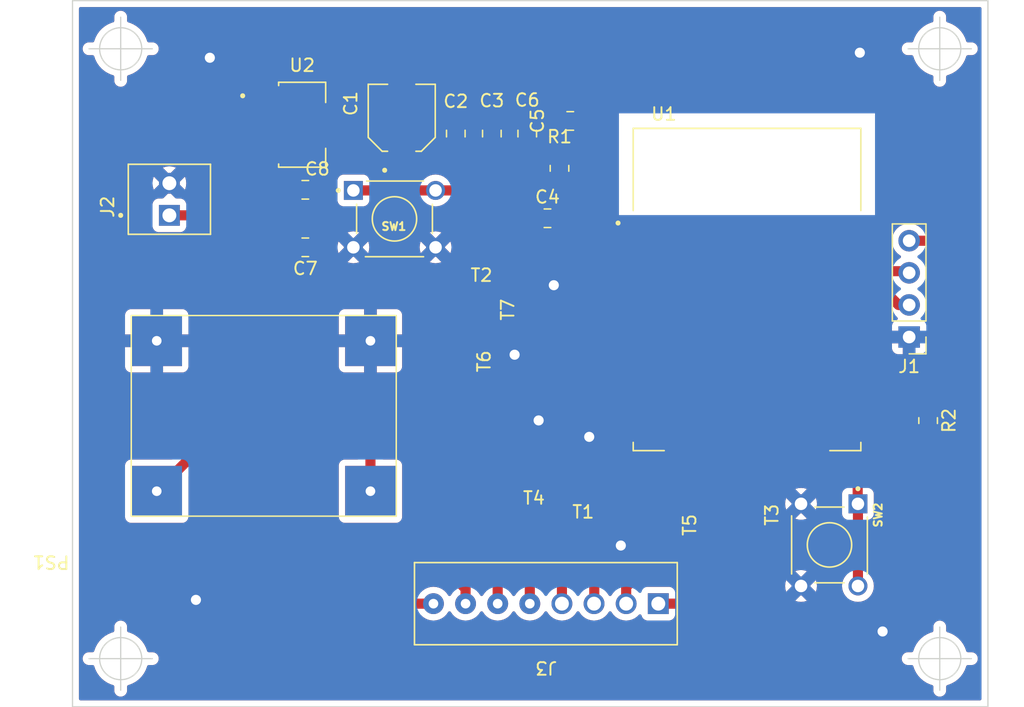
<source format=kicad_pcb>
(kicad_pcb (version 20211014) (generator pcbnew)
  (layers (0 "F.Cu" signal) (31 "B.Cu" signal) (34 "B.Paste" user) (35 "F.Paste" user) (36 "B.SilkS" user "B.Silkscreen") (37 "F.SilkS" user "F.Silkscreen") (38 "B.Mask" user) (39 "F.Mask" user) (44 "Edge.Cuts" user))
  (net 0 "")
  (net 1 "+3V3")
  (net 2 "GND")
  (net 3 "Net-(J3-Pad1)")
  (net 4 "Net-(J3-Pad2)")
  (net 5 "Net-(J3-Pad4)")
  (net 6 "Net-(J3-Pad5)")
  (net 7 "Net-(J3-Pad6)")
  (net 8 "Net-(J3-Pad7)")
  (net 9 "Net-(C7-Pad2)")
  (net 10 "Net-(J1-Pad2)")
  (net 11 "Net-(J1-Pad3)")
  (net 12 "Net-(J3-Pad3)")
  (net 13 "Net-(T1-Pad1)")
  (net 14 "Net-(T2-Pad1)")
  (net 15 "Net-(T3-Pad1)")
  (net 39 "Net-(T4-Pad1)")
  (net 40 "Net-(T5-Pad1)")
  (net 41 "Net-(T6-Pad1)")
  (net 42 "Net-(T7-Pad1)")
  (net 43 "Net-(C4-Pad2)")
  (net 44 "12V")
  (net 45 "Net-(R2-Pad2)")
  (footprint "libraries:SOT23" (layer "F.Cu") (at 150.4 108.8 -90)
    (fp_text reference "T5" (at 1.27142 -2.54284 90) (layer "F.SilkS") (effects (font (size 1.001118 1.001118))))
    (fp_text value "NTR4503")
    (pad "1" smd rect locked (at -0.95 1.1 270) (size 1 1.4) (layers "F.Cu" "F.Paste" "F.Mask") (net 40 "Net-(T5-Pad1)"))
    (pad "2" smd rect locked (at 0.95 1.1 270) (size 1 1.4) (layers "F.Cu" "F.Paste" "F.Mask") (net 2 "GND"))
    (pad "3" smd rect locked (at 0 -1.1 270) (size 1 1.4) (layers "F.Cu" "F.Paste" "F.Mask") (net 4 "Net-(J3-Pad2)"))
  )
  (footprint "Capacitor_SMD:C_0805_2012Metric" (layer "F.Cu") (at 140.1 79.1 90)
    (fp_text reference "C6" (at 2.65 0 180) (layer "F.SilkS"))
    (fp_text value "4.7u")
    (fp_line (start -0.261252 -0.735) (end 0.261252 -0.735) (layer "F.SilkS") (width 0.12))
    (fp_line (start -0.261252 0.735) (end 0.261252 0.735) (layer "F.SilkS") (width 0.12))
    (pad "1" smd roundrect (at -0.95 0 90) (size 1 1.45) (layers "F.Cu" "F.Paste" "F.Mask") (net 1 "+3V3"))
    (pad "2" smd roundrect (at 0.95 0 90) (size 1 1.45) (layers "F.Cu" "F.Paste" "F.Mask") (net 2 "GND"))
  )
  (footprint "libraries:TE_1546215-8" (layer "F.Cu") (at 141.6 116.3 180)
    (fp_text reference "J3" (at 0 -5.08 180 unlocked) (layer "F.SilkS"))
    (fp_text value "R pinnen RGB strips")
    (fp_line (start -10.362 -3.25) (end 10.418 -3.25) (layer "F.SilkS") (width 0.127))
    (fp_line (start -10.362 3.25) (end -10.362 -3.25) (layer "F.SilkS") (width 0.127))
    (fp_line (start 10.418 -3.25) (end 10.418 3.25) (layer "F.SilkS") (width 0.127))
    (fp_line (start 10.418 3.25) (end -10.362 3.25) (layer "F.SilkS") (width 0.127))
    (pad "1" thru_hole rect (at -8.862 0 180) (size 1.65 1.65) (drill 1.1) (layers *.Cu *.Mask) (net 3 "Net-(J3-Pad1)"))
    (pad "2" thru_hole circle (at -6.322 0 180) (size 1.65 1.65) (drill 1.1) (layers *.Cu *.Mask) (net 4 "Net-(J3-Pad2)"))
    (pad "3" thru_hole circle (at -3.782 0 180) (size 1.65 1.65) (drill 1.1) (layers *.Cu *.Mask) (net 12 "Net-(J3-Pad3)"))
    (pad "4" thru_hole circle (at -1.242 0 180) (size 1.65 1.65) (drill 1.1) (layers *.Cu *.Mask) (net 5 "Net-(J3-Pad4)"))
    (pad "5" thru_hole circle (at 1.298 0 180) (size 1.65 1.65) (drill 0.762) (layers *.Cu *.Mask) (net 6 "Net-(J3-Pad5)"))
    (pad "6" thru_hole circle (at 3.838 0 180) (size 1.65 1.65) (drill 0.762) (layers *.Cu *.Mask) (net 7 "Net-(J3-Pad6)"))
    (pad "7" thru_hole circle (at 6.378 0 180) (size 1.65 1.65) (drill 0.762) (layers *.Cu *.Mask) (net 8 "Net-(J3-Pad7)"))
    (pad "8" thru_hole circle (at 8.918 0 180) (size 1.65 1.65) (drill 0.762) (layers *.Cu *.Mask) (net 44 "12V"))
  )
  (footprint "Capacitor_SMD:C_0805_2012Metric" (layer "F.Cu") (at 134.45 79.1 90)
    (fp_text reference "C2" (at 2.55 0 180) (layer "F.SilkS"))
    (fp_text value "22u")
    (fp_line (start -0.261252 -0.735) (end 0.261252 -0.735) (layer "F.SilkS") (width 0.12))
    (fp_line (start -0.261252 0.735) (end 0.261252 0.735) (layer "F.SilkS") (width 0.12))
    (pad "1" smd roundrect (at -0.95 0 90) (size 1 1.45) (layers "F.Cu" "F.Paste" "F.Mask") (net 1 "+3V3"))
    (pad "2" smd roundrect (at 0.95 0 90) (size 1 1.45) (layers "F.Cu" "F.Paste" "F.Mask") (net 2 "GND"))
  )
  (footprint "Capacitor_SMD:C_0805_2012Metric" (layer "F.Cu") (at 122.55 83.55)
    (fp_text reference "C8" (at 0.95 -1.65) (layer "F.SilkS"))
    (fp_text value "4.7u")
    (fp_line (start -0.261252 -0.735) (end 0.261252 -0.735) (layer "F.SilkS") (width 0.12))
    (fp_line (start -0.261252 0.735) (end 0.261252 0.735) (layer "F.SilkS") (width 0.12))
    (pad "1" smd roundrect (at -0.95 0) (size 1 1.45) (layers "F.Cu" "F.Paste" "F.Mask") (net 9 "Net-(C7-Pad2)"))
    (pad "2" smd roundrect (at 0.95 0) (size 1 1.45) (layers "F.Cu" "F.Paste" "F.Mask") (net 2 "GND"))
  )
  (footprint "Connector_PinHeader_2.54mm:PinHeader_1x04_P2.54mm_Vertical" (layer "F.Cu") (at 170.3 95.2 180)
    (fp_text reference "J1" (at 0 -2.33) (layer "F.SilkS"))
    (fp_text value "Conn_01x04_Female")
    (fp_line (start -1.33 8.95) (end 1.33 8.95) (layer "F.SilkS") (width 0.12))
    (fp_line (start -1.33 1.27) (end -1.33 8.95) (layer "F.SilkS") (width 0.12))
    (fp_line (start -1.33 1.27) (end 1.33 1.27) (layer "F.SilkS") (width 0.12))
    (fp_line (start 1.33 1.27) (end 1.33 8.95) (layer "F.SilkS") (width 0.12))
    (fp_line (start -1.33 0) (end -1.33 -1.33) (layer "F.SilkS") (width 0.12))
    (fp_line (start -1.33 -1.33) (end 0 -1.33) (layer "F.SilkS") (width 0.12))
    (pad "1" thru_hole rect (at 0 0 180) (size 1.7 1.7) (drill 1) (layers *.Cu *.Mask) (net 2 "GND"))
    (pad "2" thru_hole oval (at 0 2.54 180) (size 1.7 1.7) (drill 1) (layers *.Cu *.Mask) (net 10 "Net-(J1-Pad2)"))
    (pad "3" thru_hole oval (at 0 5.08 180) (size 1.7 1.7) (drill 1) (layers *.Cu *.Mask) (net 11 "Net-(J1-Pad3)"))
    (pad "4" thru_hole oval (at 0 7.62 180) (size 1.7 1.7) (drill 1) (layers *.Cu *.Mask) (net 1 "+3V3"))
  )
  (footprint "libraries:SOT23" (layer "F.Cu") (at 141.9 105.4 180)
    (fp_text reference "T4" (at 1.27142 -2.54284) (layer "F.SilkS") (effects (font (size 1.001118 1.001118))))
    (fp_text value "NTR4503")
    (pad "1" smd rect locked (at -0.95 1.1 180) (size 1 1.4) (layers "F.Cu" "F.Paste" "F.Mask") (net 39 "Net-(T4-Pad1)"))
    (pad "2" smd rect locked (at 0.95 1.1 180) (size 1 1.4) (layers "F.Cu" "F.Paste" "F.Mask") (net 2 "GND"))
    (pad "3" smd rect locked (at 0 -1.1 180) (size 1 1.4) (layers "F.Cu" "F.Paste" "F.Mask") (net 5 "Net-(J3-Pad4)"))
  )
  (footprint "libraries:SOT23" (layer "F.Cu") (at 139.2 90.2 180)
    (fp_text reference "T2" (at 2.718 -0.1104) (layer "F.SilkS") (effects (font (size 1.001118 1.001118))))
    (fp_text value "NTR4503")
    (pad "1" smd rect locked (at -0.95 1.1 180) (size 1 1.4) (layers "F.Cu" "F.Paste" "F.Mask") (net 14 "Net-(T2-Pad1)"))
    (pad "2" smd rect locked (at 0.95 1.1 180) (size 1 1.4) (layers "F.Cu" "F.Paste" "F.Mask") (net 2 "GND"))
    (pad "3" smd rect locked (at 0 -1.1 180) (size 1 1.4) (layers "F.Cu" "F.Paste" "F.Mask") (net 8 "Net-(J3-Pad7)"))
  )
  (footprint "libraries:TE_1546215-2" (layer "F.Cu") (at 111.8 84.3 90)
    (fp_text reference "J2" (at -0.595 -4.885 90) (layer "F.SilkS"))
    (fp_text value "12V DC")
    (fp_line (start -2.77 3.25) (end -2.77 -3.25) (layer "F.SilkS") (width 0.127))
    (fp_line (start 2.77 -3.25) (end 2.77 3.25) (layer "F.SilkS") (width 0.127))
    (fp_line (start 2.77 3.25) (end -2.77 3.25) (layer "F.SilkS") (width 0.127))
    (fp_line (start -2.77 -3.25) (end 2.77 -3.25) (layer "F.SilkS") (width 0.127))
    (fp_circle (center -1.27 -3.85) (end -1.17 -3.85) (layer "F.SilkS") (width 0.2) (fill none))
    (pad "1" thru_hole rect locked (at -1.27 0 90) (size 1.65 1.65) (drill 1.1) (layers *.Cu *.Mask) (net 44 "12V"))
    (pad "2" thru_hole circle locked (at 1.27 0 90) (size 1.65 1.65) (drill 1.1) (layers *.Cu *.Mask) (net 2 "GND"))
  )
  (footprint "libraries:Buck Converter" (layer "F.Cu") (at 119.2 101.5 180)
    (fp_text reference "PS1" (at 16.764 -11.509 180 unlocked) (layer "F.SilkS"))
    (fp_text value "ITX0512SA")
    (fp_rect (start -10.541 -7.874) (end 10.414 8.001) (layer "F.SilkS") (width 0.12) (fill none))
    (pad "1a" thru_hole rect (at 8.4 -5.9 180) (size 4 4) (drill 0.762) (layers *.Cu *.Mask) (net 44 "12V"))
    (pad "2a" thru_hole rect (at 8.4 6 180) (size 4 4) (drill 0.762) (layers *.Cu *.Mask) (net 2 "GND"))
    (pad "3a" thru_hole rect (at -8.5 -5.9 180) (size 4 4) (drill 0.762) (layers *.Cu *.Mask) (net 9 "Net-(C7-Pad2)"))
    (pad "4a" thru_hole rect (at -8.5 6 180) (size 4 4) (drill 0.762) (layers *.Cu *.Mask) (net 2 "GND"))
  )
  (footprint "libraries:SOT23" (layer "F.Cu") (at 156.9 108 -90)
    (fp_text reference "T3" (at 1.27142 -2.54284 -270) (layer "F.SilkS") (effects (font (size 1.001118 1.001118))))
    (fp_text value "NTR4503")
    (pad "1" smd rect locked (at -0.95 1.1 270) (size 1 1.4) (layers "F.Cu" "F.Paste" "F.Mask") (net 15 "Net-(T3-Pad1)"))
    (pad "2" smd rect locked (at 0.95 1.1 270) (size 1 1.4) (layers "F.Cu" "F.Paste" "F.Mask") (net 2 "GND"))
    (pad "3" smd rect locked (at 0 -1.1 270) (size 1 1.4) (layers "F.Cu" "F.Paste" "F.Mask") (net 3 "Net-(J3-Pad1)"))
  )
  (footprint "libraries:CAP_EEE0JA101WR" (layer "F.Cu") (at 130.175 77.851 90)
    (fp_text reference "C1" (at 1.125 -4.035 90) (layer "F.SilkS"))
    (fp_text value "220u")
    (fp_line (start -2.65 1.55) (end -1.55 2.65) (layer "F.SilkS") (width 0.127))
    (fp_line (start -1.55 2.65) (end 2.65 2.65) (layer "F.SilkS") (width 0.127))
    (fp_line (start 2.65 2.65) (end 2.65 1.12) (layer "F.SilkS") (width 0.127))
    (fp_line (start 2.65 -2.65) (end -1.55 -2.65) (layer "F.SilkS") (width 0.127))
    (fp_line (start -2.65 1.12) (end -2.65 1.55) (layer "F.SilkS") (width 0.127))
    (fp_line (start -1.55 -2.65) (end -2.65 -1.55) (layer "F.SilkS") (width 0.127))
    (fp_line (start -2.65 -1.55) (end -2.65 -1.12) (layer "F.SilkS") (width 0.127))
    (fp_line (start 2.65 -1.12) (end 2.65 -2.65) (layer "F.SilkS") (width 0.127))
    (fp_circle (center -4.15 -1.35) (end -4.05 -1.35) (layer "F.SilkS") (width 0.2) (fill none))
    (pad "1" smd rect locked (at -2.15 0 90) (size 2.8 1.6) (layers "F.Cu" "F.Paste" "F.Mask") (net 1 "+3V3"))
    (pad "2" smd rect locked (at 2.15 0 90) (size 2.8 1.6) (layers "F.Cu" "F.Paste" "F.Mask") (net 2 "GND"))
  )
  (footprint "Resistor_SMD:R_0805_2012Metric" (layer "F.Cu") (at 142.65 81.85 -90)
    (fp_text reference "R1" (at -2.5 0 180) (layer "F.SilkS"))
    (fp_text value "10k")
    (fp_line (start -0.227064 -0.735) (end 0.227064 -0.735) (layer "F.SilkS") (width 0.12))
    (fp_line (start -0.227064 0.735) (end 0.227064 0.735) (layer "F.SilkS") (width 0.12))
    (pad "1" smd roundrect (at -0.9125 0 270) (size 1.025 1.4) (layers "F.Cu" "F.Paste" "F.Mask") (roundrect_rratio 0.243902) (net 1 "+3V3"))
    (pad "2" smd roundrect (at 0.9125 0 270) (size 1.025 1.4) (layers "F.Cu" "F.Paste" "F.Mask") (roundrect_rratio 0.243902) (net 43 "Net-(C4-Pad2)"))
  )
  (footprint "libraries:SOT23" (layer "F.Cu") (at 145.8 106.5 180)
    (fp_text reference "T1" (at 1.27142 -2.54284) (layer "F.SilkS") (effects (font (size 1.001118 1.001118))))
    (fp_text value "NTR4503")
    (pad "1" smd rect locked (at -0.95 1.1 180) (size 1 1.4) (layers "F.Cu" "F.Paste" "F.Mask") (net 13 "Net-(T1-Pad1)"))
    (pad "2" smd rect locked (at 0.95 1.1 180) (size 1 1.4) (layers "F.Cu" "F.Paste" "F.Mask") (net 2 "GND"))
    (pad "3" smd rect locked (at 0 -1.1 180) (size 1 1.4) (layers "F.Cu" "F.Paste" "F.Mask") (net 12 "Net-(J3-Pad3)"))
  )
  (footprint "Capacitor_SMD:C_0805_2012Metric" (layer "F.Cu") (at 122.55 88.1 180)
    (fp_text reference "C7" (at 0 -1.68) (layer "F.SilkS"))
    (fp_text value "0.1u")
    (fp_line (start -0.261252 -0.735) (end 0.261252 -0.735) (layer "F.SilkS") (width 0.12))
    (fp_line (start -0.261252 0.735) (end 0.261252 0.735) (layer "F.SilkS") (width 0.12))
    (pad "1" smd roundrect (at -0.95 0 180) (size 1 1.45) (layers "F.Cu" "F.Paste" "F.Mask") (net 2 "GND"))
    (pad "2" smd roundrect (at 0.95 0 180) (size 1 1.45) (layers "F.Cu" "F.Paste" "F.Mask") (net 9 "Net-(C7-Pad2)"))
  )
  (footprint "libraries:SOT229P700X180-4N" (layer "F.Cu") (at 122.3 78.4)
    (fp_text reference "U2" (at 0 -4.70284) (layer "F.SilkS") (effects (font (size 1.001528 1.001528))))
    (fp_text value "AMS1117")
    (fp_line (start -1.86 -3.36) (end -1.86 -3.1) (layer "F.SilkS") (width 0.127))
    (fp_line (start -1.86 3.36) (end 1.86 3.36) (layer "F.SilkS") (width 0.127))
    (fp_line (start 1.86 -1.76) (end 1.86 -3.36) (layer "F.SilkS") (width 0.127))
    (fp_line (start -1.86 -3.36) (end 1.86 -3.36) (layer "F.SilkS") (width 0.127))
    (fp_line (start -1.86 3.11) (end -1.86 3.36) (layer "F.SilkS") (width 0.127))
    (fp_line (start 1.86 3.36) (end 1.86 1.87) (layer "F.SilkS") (width 0.127))
    (fp_circle (center -4.703 -2.29) (end -4.603 -2.29) (layer "F.SilkS") (width 0.2) (fill none))
    (pad "1" smd roundrect locked (at -3.345 -2.29 270) (size 0.93 1.31) (layers "F.Cu" "F.Paste" "F.Mask") (roundrect_rratio 0.1) (net 2 "GND"))
    (pad "2" smd roundrect locked (at -3.345 0 270) (size 0.93 1.31) (layers "F.Cu" "F.Paste" "F.Mask") (roundrect_rratio 0.1) (net 1 "+3V3"))
    (pad "3" smd roundrect locked (at -3.345 2.29 270) (size 0.93 1.31) (layers "F.Cu" "F.Paste" "F.Mask") (roundrect_rratio 0.1) (net 9 "Net-(C7-Pad2)"))
    (pad "4" smd roundrect locked (at 3.345 0 270) (size 3.24 1.31) (layers "F.Cu" "F.Paste" "F.Mask") (roundrect_rratio 0.1) (net 1 "+3V3"))
  )
  (footprint "libraries:SOT23" (layer "F.Cu") (at 141.1 94.3 90)
    (fp_text reference "T7" (at 1.27142 -2.54284 90) (layer "F.SilkS") (effects (font (size 1.001118 1.001118))))
    (fp_text value "NTR4503")
    (pad "1" smd rect locked (at -0.95 1.1 90) (size 1 1.4) (layers "F.Cu" "F.Paste" "F.Mask") (net 42 "Net-(T7-Pad1)"))
    (pad "2" smd rect locked (at 0.95 1.1 90) (size 1 1.4) (layers "F.Cu" "F.Paste" "F.Mask") (net 2 "GND"))
    (pad "3" smd rect locked (at 0 -1.1 90) (size 1 1.4) (layers "F.Cu" "F.Paste" "F.Mask") (net 7 "Net-(J3-Pad6)"))
  )
  (footprint "Resistor_SMD:R_0805_2012Metric" (layer "F.Cu") (at 171.8 101.8125 -90)
    (fp_text reference "R2" (at 0 -1.65 90) (layer "F.SilkS"))
    (fp_text value "10k")
    (fp_line (start -0.227064 -0.735) (end 0.227064 -0.735) (layer "F.SilkS") (width 0.12))
    (fp_line (start -0.227064 0.735) (end 0.227064 0.735) (layer "F.SilkS") (width 0.12))
    (pad "1" smd roundrect (at -0.9125 0 270) (size 1.025 1.4) (layers "F.Cu" "F.Paste" "F.Mask") (roundrect_rratio 0.243902) (net 1 "+3V3"))
    (pad "2" smd roundrect (at 0.9125 0 270) (size 1.025 1.4) (layers "F.Cu" "F.Paste" "F.Mask") (roundrect_rratio 0.243902) (net 45 "Net-(R2-Pad2)"))
  )
  (footprint "Capacitor_SMD:C_0805_2012Metric" (layer "F.Cu") (at 141.7 85.8)
    (fp_text reference "C4" (at 0 -1.68) (layer "F.SilkS"))
    (fp_text value "1u")
    (fp_line (start -0.261252 -0.735) (end 0.261252 -0.735) (layer "F.SilkS") (width 0.12))
    (fp_line (start -0.261252 0.735) (end 0.261252 0.735) (layer "F.SilkS") (width 0.12))
    (pad "1" smd roundrect (at -0.95 0) (size 1 1.45) (layers "F.Cu" "F.Paste" "F.Mask") (net 2 "GND"))
    (pad "2" smd roundrect (at 0.95 0) (size 1 1.45) (layers "F.Cu" "F.Paste" "F.Mask") (net 43 "Net-(C4-Pad2)"))
  )
  (footprint "Capacitor_SMD:C_0805_2012Metric" (layer "F.Cu") (at 137.3 79.1 90)
    (fp_text reference "C3" (at 2.6 0 180) (layer "F.SilkS"))
    (fp_text value "0.1u")
    (fp_line (start -0.261252 0.735) (end 0.261252 0.735) (layer "F.SilkS") (width 0.12))
    (fp_line (start -0.261252 -0.735) (end 0.261252 -0.735) (layer "F.SilkS") (width 0.12))
    (pad "1" smd roundrect (at -0.95 0 90) (size 1 1.45) (layers "F.Cu" "F.Paste" "F.Mask") (net 1 "+3V3"))
    (pad "2" smd roundrect (at 0.95 0 90) (size 1 1.45) (layers "F.Cu" "F.Paste" "F.Mask") (net 2 "GND"))
  )
  (footprint "libraries:SW_1825910-6-4" (layer "F.Cu") (at 164 111.65 -90)
    (fp_text reference "SW2" (at -2.3627 -3.844398 90) (layer "F.SilkS") (effects (font (size 0.630643 0.630643))))
    (fp_text value "BOOT")
    (fp_line (start 2.3 2.995) (end -2.3 2.995) (layer "F.SilkS") (width 0.127))
    (fp_line (start 3 -1.15) (end 3 1.15) (layer "F.SilkS") (width 0.127))
    (fp_line (start -2.995 -1.15) (end -2.995 1.15) (layer "F.SilkS") (width 0.127))
    (fp_line (start -2.2 -2.995) (end 2.3 -2.995) (layer "F.SilkS") (width 0.127))
    (fp_circle (center 0 0) (end 1.755 0) (layer "F.SilkS") (width 0.127) (fill none))
    (fp_circle (center -4.445 -2.25) (end -4.345 -2.25) (layer "F.SilkS") (width 0.2) (fill none))
    (pad "1" thru_hole rect locked (at -3.25 -2.25 270) (size 1.498 1.498) (drill 0.99) (layers *.Cu *.Mask) (net 45 "Net-(R2-Pad2)"))
    (pad "2" thru_hole circle locked (at 3.25 -2.25 270) (size 1.498 1.498) (drill 0.99) (layers *.Cu *.Mask) (net 45 "Net-(R2-Pad2)"))
    (pad "3" thru_hole circle locked (at -3.25 2.25 270) (size 1.498 1.498) (drill 0.99) (layers *.Cu *.Mask) (net 2 "GND"))
    (pad "4" thru_hole circle locked (at 3.25 2.25 270) (size 1.498 1.498) (drill 0.99) (layers *.Cu *.Mask) (net 2 "GND"))
  )
  (footprint "libraries:SOT23" (layer "F.Cu") (at 141 98.7 90)
    (fp_text reference "T6" (at 1.5748 -4.318 90) (layer "F.SilkS") (effects (font (size 1.001118 1.001118))))
    (fp_text value "NTR4503")
    (pad "1" smd rect locked (at -0.95 1.1 90) (size 1 1.4) (layers "F.Cu" "F.Paste" "F.Mask") (net 41 "Net-(T6-Pad1)"))
    (pad "2" smd rect locked (at 0.95 1.1 90) (size 1 1.4) (layers "F.Cu" "F.Paste" "F.Mask") (net 2 "GND"))
    (pad "3" smd rect locked (at 0 -1.1 90) (size 1 1.4) (layers "F.Cu" "F.Paste" "F.Mask") (net 6 "Net-(J3-Pad5)"))
  )
  (footprint "Capacitor_SMD:C_0805_2012Metric" (layer "F.Cu") (at 143.5 78.1 180)
    (fp_text reference "C5" (at 2.6 0 90) (layer "F.SilkS"))
    (fp_text value "0.1u")
    (fp_line (start -0.261252 0.735) (end 0.261252 0.735) (layer "F.SilkS") (width 0.12))
    (fp_line (start -0.261252 -0.735) (end 0.261252 -0.735) (layer "F.SilkS") (width 0.12))
    (pad "1" smd roundrect (at -0.95 0 180) (size 1 1.45) (layers "F.Cu" "F.Paste" "F.Mask") (net 1 "+3V3"))
    (pad "2" smd roundrect (at 0.95 0 180) (size 1 1.45) (layers "F.Cu" "F.Paste" "F.Mask") (net 2 "GND"))
  )
  (footprint "libraries:SW_1825910-6-4" (layer "F.Cu") (at 129.6 85.85)
    (fp_text reference "SW1" (at -0.05 0.6) (layer "F.SilkS") (effects (font (size 0.630643 0.630643))))
    (fp_text value "ENABLE")
    (fp_line (start -2.995 -1.15) (end -2.995 1.15) (layer "F.SilkS") (width 0.127))
    (fp_line (start -2.2 -2.995) (end 2.3 -2.995) (layer "F.SilkS") (width 0.127))
    (fp_line (start 2.3 2.995) (end -2.3 2.995) (layer "F.SilkS") (width 0.127))
    (fp_line (start 3 -1.15) (end 3 1.15) (layer "F.SilkS") (width 0.127))
    (fp_circle (center 0 0) (end 1.755 0) (layer "F.SilkS") (width 0.127) (fill none))
    (fp_circle (center -4.445 -2.25) (end -4.345 -2.25) (layer "F.SilkS") (width 0.2) (fill none))
    (pad "1" thru_hole rect locked (at -3.25 -2.25) (size 1.498 1.498) (drill 0.99) (layers *.Cu *.Mask) (net 43 "Net-(C4-Pad2)"))
    (pad "2" thru_hole circle locked (at 3.25 -2.25) (size 1.498 1.498) (drill 0.99) (layers *.Cu *.Mask) (net 43 "Net-(C4-Pad2)"))
    (pad "3" thru_hole circle locked (at -3.25 2.25) (size 1.498 1.498) (drill 0.99) (layers *.Cu *.Mask) (net 2 "GND"))
    (pad "4" thru_hole circle locked (at 3.25 2.25) (size 1.498 1.498) (drill 0.99) (layers *.Cu *.Mask) (net 2 "GND"))
  )
  (footprint "libraries:XCVR_ESP32-WROOM-32E_(16MB)" (layer "F.Cu") (at 157.48 91.44)
    (fp_text reference "U1" (at -6.575 -13.885) (layer "F.SilkS"))
    (fp_text value "ESP32-WROOM-32E_(16MB)")
    (fp_line (start -9 -6.25) (end -9 -12.75) (layer "F.SilkS") (width 0.127))
    (fp_line (start 6.55 12.75) (end 9 12.75) (layer "F.SilkS") (width 0.127))
    (fp_line (start -9 -12.75) (end 9 -12.75) (layer "F.SilkS") (width 0.127))
    (fp_line (start -9 12.1) (end -9 12.75) (layer "F.SilkS") (width 0.127))
    (fp_line (start 9 -12.75) (end 9 -6.25) (layer "F.SilkS") (width 0.127))
    (fp_line (start 9 12.75) (end 9 12.1) (layer "F.SilkS") (width 0.127))
    (fp_line (start -9 12.75) (end -6.55 12.75) (layer "F.SilkS") (width 0.127))
    (fp_circle (center -10.2 -5.26) (end -10.1 -5.26) (layer "F.SilkS") (width 0.2) (fill none))
    (pad "1" smd rect (at -8.75 -5.26) (size 1.5 0.9) (layers "F.Cu" "F.Paste" "F.Mask") (net 2 "GND"))
    (pad "2" smd rect (at -8.75 -3.99) (size 1.5 0.9) (layers "F.Cu" "F.Paste" "F.Mask") (net 1 "+3V3"))
    (pad "3" smd rect (at -8.75 -2.72) (size 1.5 0.9) (layers "F.Cu" "F.Paste" "F.Mask") (net 43 "Net-(C4-Pad2)"))
    (pad "4" smd rect (at -8.75 -1.45) (size 1.5 0.9) (layers "F.Cu" "F.Paste" "F.Mask"))
    (pad "5" smd rect (at -8.75 -0.18) (size 1.5 0.9) (layers "F.Cu" "F.Paste" "F.Mask"))
    (pad "6" smd rect (at -8.75 1.09) (size 1.5 0.9) (layers "F.Cu" "F.Paste" "F.Mask"))
    (pad "7" smd rect (at -8.75 2.36) (size 1.5 0.9) (layers "F.Cu" "F.Paste" "F.Mask"))
    (pad "8" smd rect (at -8.75 3.63) (size 1.5 0.9) (layers "F.Cu" "F.Paste" "F.Mask"))
    (pad "9" smd rect (at -8.75 4.9) (size 1.5 0.9) (layers "F.Cu" "F.Paste" "F.Mask") (net 14 "Net-(T2-Pad1)"))
    (pad "10" smd rect (at -8.75 6.17) (size 1.5 0.9) (layers "F.Cu" "F.Paste" "F.Mask") (net 42 "Net-(T7-Pad1)"))
    (pad "11" smd rect (at -8.75 7.44) (size 1.5 0.9) (layers "F.Cu" "F.Paste" "F.Mask") (net 41 "Net-(T6-Pad1)"))
    (pad "12" smd rect (at -8.75 8.71) (size 1.5 0.9) (layers "F.Cu" "F.Paste" "F.Mask") (net 39 "Net-(T4-Pad1)"))
    (pad "13" smd rect (at -8.75 9.98) (size 1.5 0.9) (layers "F.Cu" "F.Paste" "F.Mask") (net 13 "Net-(T1-Pad1)"))
    (pad "14" smd rect (at -8.75 11.25) (size 1.5 0.9) (layers "F.Cu" "F.Paste" "F.Mask") (net 40 "Net-(T5-Pad1)"))
    (pad "15" smd rect (at -5.715 12.5) (size 0.9 1.5) (layers "F.Cu" "F.Paste" "F.Mask") (net 2 "GND"))
    (pad "16" smd rect (at -4.445 12.5) (size 0.9 1.5) (layers "F.Cu" "F.Paste" "F.Mask") (net 15 "Net-(T3-Pad1)"))
    (pad "17" smd rect (at -3.175 12.5) (size 0.9 1.5) (layers "F.Cu" "F.Paste" "F.Mask"))
    (pad "18" smd rect (at -1.905 12.5) (size 0.9 1.5) (layers "F.Cu" "F.Paste" "F.Mask"))
    (pad "19" smd rect (at -0.635 12.5) (size 0.9 1.5) (layers "F.Cu" "F.Paste" "F.Mask"))
    (pad "20" smd rect (at 0.635 12.5) (size 0.9 1.5) (layers "F.Cu" "F.Paste" "F.Mask"))
    (pad "21" smd rect (at 1.905 12.5) (size 0.9 1.5) (layers "F.Cu" "F.Paste" "F.Mask"))
    (pad "22" smd rect (at 3.175 12.5) (size 0.9 1.5) (layers "F.Cu" "F.Paste" "F.Mask"))
    (pad "23" smd rect (at 4.445 12.5) (size 0.9 1.5) (layers "F.Cu" "F.Paste" "F.Mask"))
    (pad "24" smd rect (at 5.715 12.5) (size 0.9 1.5) (layers "F.Cu" "F.Paste" "F.Mask"))
    (pad "25" smd rect (at 8.75 11.25) (size 1.5 0.9) (layers "F.Cu" "F.Paste" "F.Mask") (net 45 "Net-(R2-Pad2)"))
    (pad "26" smd rect (at 8.75 9.98) (size 1.5 0.9) (layers "F.Cu" "F.Paste" "F.Mask"))
    (pad "27" smd rect (at 8.75 8.71) (size 1.5 0.9) (layers "F.Cu" "F.Paste" "F.Mask"))
    (pad "28" smd rect (at 8.75 7.44) (size 1.5 0.9) (layers "F.Cu" "F.Paste" "F.Mask"))
    (pad "29" smd rect (at 8.75 6.17) (size 1.5 0.9) (layers "F.Cu" "F.Paste" "F.Mask"))
    (pad "30" smd rect (at 8.75 4.9) (size 1.5 0.9) (layers "F.Cu" "F.Paste" "F.Mask"))
    (pad "31" smd rect (at 8.75 3.63) (size 1.5 0.9) (layers "F.Cu" "F.Paste" "F.Mask"))
    (pad "32" smd rect (at 8.75 2.36) (size 1.5 0.9) (layers "F.Cu" "F.Paste" "F.Mask"))
    (pad "33" smd rect (at 8.75 1.09) (size 1.5 0.9) (layers "F.Cu" "F.Paste" "F.Mask"))
    (pad "34" smd rect (at 8.75 -0.18) (size 1.5 0.9) (layers "F.Cu" "F.Paste" "F.Mask") (net 10 "Net-(J1-Pad2)"))
    (pad "35" smd rect (at 8.75 -1.45) (size 1.5 0.9) (layers "F.Cu" "F.Paste" "F.Mask") (net 11 "Net-(J1-Pad3)"))
    (pad "36" smd rect (at 8.75 -2.72) (size 1.5 0.9) (layers "F.Cu" "F.Paste" "F.Mask"))
    (pad "37" smd rect (at 8.75 -3.99) (size 1.5 0.9) (layers "F.Cu" "F.Paste" "F.Mask"))
    (pad "38" smd rect (at 8.75 -5.26) (size 1.5 0.9) (layers "F.Cu" "F.Paste" "F.Mask") (net 2 "GND"))
    (pad "39_1" smd rect (at -2.9 1.06) (size 0.9 0.9) (layers "F.Cu" "F.Paste" "F.Mask") (net 2 "GND"))
    (pad "39_2" smd rect (at -1.5 1.06) (size 0.9 0.9) (layers "F.Cu" "F.Paste" "F.Mask") (net 2 "GND"))
    (pad "39_3" smd rect (at -0.1 1.06) (size 0.9 0.9) (layers "F.Cu" "F.Paste" "F.Mask") (net 2 "GND"))
    (pad "39_4" smd rect (at -2.9 2.46) (size 0.9 0.9) (layers "F.Cu" "F.Paste" "F.Mask") (net 2 "GND"))
    (pad "39_5" smd rect (at -1.5 2.46) (size 0.9 0.9) (layers "F.Cu" "F.Paste" "F.Mask") (net 2 "GND"))
    (pad "39_6" smd rect (at -0.1 2.46) (size 0.9 0.9) (layers "F.Cu" "F.Paste" "F.Mask") (net 2 "GND"))
    (pad "39_7" smd rect (at -2.9 3.86) (size 0.9 0.9) (layers "F.Cu" "F.Paste" "F.Mask") (net 2 "GND"))
    (pad "39_8" smd rect (at -1.5 3.86) (size 0.9 0.9) (layers "F.Cu" "F.Paste" "F.Mask") (net 2 "GND"))
    (pad "39_9" smd rect (at -0.1 3.86) (size 0.9 0.9) (layers "F.Cu" "F.Paste" "F.Mask") (net 2 "GND"))
    (zone (net 0) (net_name "") (layer "F.Cu") (connect_pads (clearance 0)) (min_thickness 0.01)
      (keepout (tracks not_allowed) (vias not_allowed) (pads not_allowed) (copperpour not_allowed) (footprints allowed))
      (fill (thermal_gap 0.508) (thermal_bridge_width 0.508))
      (polygon (pts (xy 148.48 78.69) (xy 166.48 78.69) (xy 166.48 84.88) (xy 148.48 84.88)))
    )
  )
  (gr_rect (start 104.14 68.58) (end 176.53 124.46) (layer "Edge.Cuts") (width 0.1) (fill none))
  (gr_text "+" (at 109.2 88.6) (layer "F.Cu") (effects (font (size 0.5 0.5) (thickness 0.125))))
  (gr_text "ENABLE" (at 129.7 90.1) (layer "F.Cu") (effects (font (size 0.5 0.5) (thickness 0.125))))
  (gr_text "BOOT" (at 164 117) (layer "F.Cu") (effects (font (size 0.5 0.5) (thickness 0.125))))
  (gr_text "25" (at 137.9 121) (layer "F.Cu") (effects (font (size 0.5 0.5) (thickness 0.125))))
  (gr_text "13" (at 150.6 121) (layer "F.Cu") (effects (font (size 0.5 0.5) (thickness 0.125))))
  (gr_text "-" (at 109.2 80 180) (layer "F.Cu") (effects (font (size 0.5 0.5) (thickness 0.125))))
  (gr_text "14" (at 145.5 121) (layer "F.Cu") (effects (font (size 0.5 0.5) (thickness 0.125))))
  (gr_text "33" (at 135.2 121) (layer "F.Cu") (effects (font (size 0.5 0.5) (thickness 0.125))))
  (gr_text "7 Segment" (at 155 72.39) (layer "F.Cu") (effects (font (size 1.5 1.5) (thickness 0.375))))
  (gr_text "27" (at 142.9 121) (layer "F.Cu") (effects (font (size 0.5 0.5) (thickness 0.125))))
  (gr_text "26" (at 140.5 121) (layer "F.Cu") (effects (font (size 0.5 0.5) (thickness 0.125))))
  (gr_text "12" (at 148 121) (layer "F.Cu") (effects (font (size 0.5 0.5) (thickness 0.125))))
  (gr_text "12V" (at 132.5 121) (layer "F.Cu") (effects (font (size 0.5 0.5) (thickness 0.125))))
  (target plus (at 172.72 72.39) (size 5) (width 0.1) (layer "Edge.Cuts"))
  (target plus (at 172.72 120.65) (size 5) (width 0.1) (layer "Edge.Cuts"))
  (target plus (at 107.95 120.65) (size 5) (width 0.1) (layer "Edge.Cuts"))
  (target plus (at 107.95 72.39) (size 5) (width 0.1) (layer "Edge.Cuts"))
  (segment (start 169.9 75.3) (end 172.6 78) (width 0.8) (layer "F.Cu") (net 1))
  (segment (start 127.295 80.05) (end 134.45 80.05) (width 0.8) (layer "F.Cu") (net 1))
  (segment (start 172.6 87.58) (end 171.8 87.58) (width 0.8) (layer "F.Cu") (net 1))
  (segment (start 172.6 87.6) (end 172.58 87.58) (width 0.8) (layer "F.Cu") (net 1))
  (segment (start 146.75 87.45) (end 148.73 87.45) (width 0.8) (layer "F.Cu") (net 1))
  (segment (start 144.45 79.1375) (end 142.65 80.9375) (width 0.8) (layer "F.Cu") (net 1))
  (segment (start 143.7375 80.9375) (end 145 82.2) (width 0.8) (layer "F.Cu") (net 1))
  (segment (start 172.6 78) (end 172.6 87.58) (width 0.8) (layer "F.Cu") (net 1))
  (segment (start 118.955 78.4) (end 125.645 78.4) (width 0.8) (layer "F.Cu") (net 1))
  (segment (start 125.645 78.4) (end 127.295 80.05) (width 0.8) (layer "F.Cu") (net 1))
  (segment (start 134.45 80.05) (end 137.3 80.05) (width 0.8) (layer "F.Cu") (net 1))
  (segment (start 171.8 87.58) (end 170.3 87.58) (width 0.8) (layer "F.Cu") (net 1))
  (segment (start 142.65 80.9375) (end 143.7375 80.9375) (width 0.8) (layer "F.Cu") (net 1))
  (segment (start 172.58 87.58) (end 171.8 87.58) (width 0.8) (layer "F.Cu") (net 1))
  (segment (start 172.6 100.1) (end 172.6 87.6) (width 0.8) (layer "F.Cu") (net 1))
  (segment (start 144.45 78.1) (end 147.25 75.3) (width 0.8) (layer "F.Cu") (net 1))
  (segment (start 171.8 100.9) (end 172.6 100.1) (width 0.8) (layer "F.Cu") (net 1))
  (segment (start 144.45 78.1) (end 144.45 79.1375) (width 0.8) (layer "F.Cu") (net 1))
  (segment (start 141.7625 80.05) (end 142.65 80.9375) (width 0.8) (layer "F.Cu") (net 1))
  (segment (start 145 85.7) (end 146.75 87.45) (width 0.8) (layer "F.Cu") (net 1))
  (segment (start 147.25 75.3) (end 169.9 75.3) (width 0.8) (layer "F.Cu") (net 1))
  (segment (start 145 82.2) (end 145 85.7) (width 0.8) (layer "F.Cu") (net 1))
  (segment (start 140.1 80.05) (end 141.7625 80.05) (width 0.8) (layer "F.Cu") (net 1))
  (segment (start 137.3 80.05) (end 140.1 80.05) (width 0.8) (layer "F.Cu") (net 1))
  (via (at 113.9 116) (size 1.5) (drill 0.8) (layers "F.Cu" "B.Cu") (net 2))
  (via (at 142.2 91.1) (size 1.5) (drill 0.8) (layers "F.Cu" "B.Cu") (net 2))
  (via (at 145 103.1) (size 1.5) (drill 0.8) (layers "F.Cu" "B.Cu") (net 2))
  (via (at 139.1 96.6) (size 1.5) (drill 0.8) (layers "F.Cu" "B.Cu") (net 2))
  (via (at 147.5 111.7) (size 1.5) (drill 0.8) (layers "F.Cu" "B.Cu") (net 2))
  (via (at 141 101.8) (size 1.5) (drill 0.8) (layers "F.Cu" "B.Cu") (net 2))
  (via (at 166.4 72.7) (size 1.5) (drill 0.8) (layers "F.Cu" "B.Cu") (net 2))
  (via (at 115 73.1) (size 1.5) (drill 0.8) (layers "F.Cu" "B.Cu") (net 2))
  (via (at 168.2 118.5) (size 1.5) (drill 0.8) (layers "F.Cu" "B.Cu") (net 2))
  (segment (start 152.1 116.3) (end 150.462 116.3) (width 0.8) (layer "F.Cu") (net 3))
  (segment (start 158 110.4) (end 152.1 116.3) (width 0.8) (layer "F.Cu") (net 3))
  (segment (start 158 108) (end 158 110.4) (width 0.8) (layer "F.Cu") (net 3))
  (segment (start 151.5 111.4) (end 147.922 114.978) (width 0.8) (layer "F.Cu") (net 4))
  (segment (start 151.5 108.8) (end 151.5 111.4) (width 0.8) (layer "F.Cu") (net 4))
  (segment (start 147.922 114.978) (end 147.922 116.3) (width 0.8) (layer "F.Cu") (net 4))
  (segment (start 142.842 111.742) (end 142.842 116.3) (width 0.8) (layer "F.Cu") (net 5))
  (segment (start 141.9 110.8) (end 142.842 111.742) (width 0.8) (layer "F.Cu") (net 5))
  (segment (start 141.9 106.5) (end 141.9 110.8) (width 0.8) (layer "F.Cu") (net 5))
  (segment (start 139.9 98.7) (end 139 99.6) (width 0.8) (layer "F.Cu") (net 6))
  (segment (start 139 111.7) (end 140.302 113.002) (width 0.8) (layer "F.Cu") (net 6))
  (segment (start 139 99.6) (end 139 111.7) (width 0.8) (layer "F.Cu") (net 6))
  (segment (start 140.302 113.002) (end 140.302 116.3) (width 0.8) (layer "F.Cu") (net 6))
  (segment (start 136.4 112.5) (end 137.762 113.862) (width 0.8) (layer "F.Cu") (net 7))
  (segment (start 137.762 113.862) (end 137.762 116.3) (width 0.8) (layer "F.Cu") (net 7))
  (segment (start 138.7 94.3) (end 136.4 96.6) (width 0.8) (layer "F.Cu") (net 7))
  (segment (start 136.4 96.6) (end 136.4 112.5) (width 0.8) (layer "F.Cu") (net 7))
  (segment (start 140 94.3) (end 138.7 94.3) (width 0.8) (layer "F.Cu") (net 7))
  (segment (start 135.222 115.122) (end 135.222 116.3) (width 0.8) (layer "F.Cu") (net 8))
  (segment (start 133.6 94) (end 133.6 113.5) (width 0.8) (layer "F.Cu") (net 8))
  (segment (start 136.3 91.3) (end 133.6 94) (width 0.8) (layer "F.Cu") (net 8))
  (segment (start 139.2 91.3) (end 136.3 91.3) (width 0.8) (layer "F.Cu") (net 8))
  (segment (start 133.6 113.5) (end 135.222 115.122) (width 0.8) (layer "F.Cu") (net 8))
  (segment (start 127.7 103.6) (end 127.7 107.4) (width 0.8) (layer "F.Cu") (net 9))
  (segment (start 118.955 80.69) (end 121.6 83.335) (width 0.8) (layer "F.Cu") (net 9))
  (segment (start 121.6 97.5) (end 127.7 103.6) (width 0.8) (layer "F.Cu") (net 9))
  (segment (start 121.6 83.335) (end 121.6 83.55) (width 0.8) (layer "F.Cu") (net 9))
  (segment (start 121.6 88.1) (end 121.6 97.5) (width 0.8) (layer "F.Cu") (net 9))
  (segment (start 121.6 83.55) (end 121.6 88.1) (width 0.8) (layer "F.Cu") (net 9))
  (segment (start 170.3 92.66) (end 169.46 92.66) (width 0.8) (layer "F.Cu") (net 10))
  (segment (start 168.06 91.26) (end 166.23 91.26) (width 0.8) (layer "F.Cu") (net 10))
  (segment (start 169.46 92.66) (end 168.06 91.26) (width 0.8) (layer "F.Cu") (net 10))
  (segment (start 170.3 90.12) (end 170.17 89.99) (width 0.8) (layer "F.Cu") (net 11))
  (segment (start 170.17 89.99) (end 166.23 89.99) (width 0.8) (layer "F.Cu") (net 11))
  (segment (start 145.4 116.282) (end 145.382 116.3) (width 0.8) (layer "F.Cu") (net 12))
  (segment (start 145.4 108) (end 145.4 116.282) (width 0.8) (layer "F.Cu") (net 12))
  (segment (start 145.8 107.6) (end 145.4 108) (width 0.8) (layer "F.Cu") (net 12))
  (segment (start 146.75 105.4) (end 146.75 101.85) (width 0.8) (layer "F.Cu") (net 13))
  (segment (start 146.75 101.85) (end 147.18 101.42) (width 0.8) (layer "F.Cu") (net 13))
  (segment (start 147.18 101.42) (end 148.73 101.42) (width 0.8) (layer "F.Cu") (net 13))
  (segment (start 147.600978 96.34) (end 145.5 94.239022) (width 0.8) (layer "F.Cu") (net 14))
  (segment (start 145.5 94.239022) (end 145.5 91.6) (width 0.8) (layer "F.Cu") (net 14))
  (segment (start 145.5 91.6) (end 143 89.1) (width 0.8) (layer "F.Cu") (net 14))
  (segment (start 143 89.1) (end 140.15 89.1) (width 0.8) (layer "F.Cu") (net 14))
  (segment (start 148.73 96.34) (end 147.600978 96.34) (width 0.8) (layer "F.Cu") (net 14))
  (segment (start 154.595 107.05) (end 155.8 107.05) (width 0.8) (layer "F.Cu") (net 15))
  (segment (start 153.035 105.49) (end 154.595 107.05) (width 0.8) (layer "F.Cu") (net 15))
  (segment (start 153.035 103.94) (end 153.035 105.49) (width 0.8) (layer "F.Cu") (net 15))
  (segment (start 145.55 100.15) (end 142.85 102.85) (width 0.8) (layer "F.Cu") (net 39))
  (segment (start 142.85 102.85) (end 142.85 104.3) (width 0.8) (layer "F.Cu") (net 39))
  (segment (start 148.73 100.15) (end 145.55 100.15) (width 0.8) (layer "F.Cu") (net 39))
  (segment (start 149.3 107.85) (end 149.3 103.26) (width 0.8) (layer "F.Cu") (net 40))
  (segment (start 149.3 103.26) (end 148.73 102.69) (width 0.8) (layer "F.Cu") (net 40))
  (segment (start 148.73 98.88) (end 144.52 98.88) (width 0.8) (layer "F.Cu") (net 41))
  (segment (start 144.52 98.88) (end 143.75 99.65) (width 0.8) (layer "F.Cu") (net 41))
  (segment (start 143.75 99.65) (end 142.1 99.65) (width 0.8) (layer "F.Cu") (net 41))
  (segment (start 143.25 95.25) (end 142.2 95.25) (width 0.8) (layer "F.Cu") (net 42))
  (segment (start 148.73 97.61) (end 145.61 97.61) (width 0.8) (layer "F.Cu") (net 42))
  (segment (start 145.61 97.61) (end 143.25 95.25) (width 0.8) (layer "F.Cu") (net 42))
  (segment (start 132.85 83.6) (end 141.8125 83.6) (width 0.8) (layer "F.Cu") (net 43))
  (segment (start 148.73 88.72) (end 145.57 88.72) (width 0.8) (layer "F.Cu") (net 43))
  (segment (start 141.8125 83.6) (end 142.65 82.7625) (width 0.8) (layer "F.Cu") (net 43))
  (segment (start 126.35 83.6) (end 132.85 83.6) (width 0.8) (layer "F.Cu") (net 43))
  (segment (start 145.57 88.72) (end 142.65 85.8) (width 0.8) (layer "F.Cu") (net 43))
  (segment (start 142.65 82.7625) (end 142.65 85.8) (width 0.8) (layer "F.Cu") (net 43))
  (segment (start 117.2 85.9) (end 116.87 85.57) (width 0.8) (layer "F.Cu") (net 44))
  (segment (start 116.87 85.57) (end 111.8 85.57) (width 0.8) (layer "F.Cu") (net 44))
  (segment (start 117.2 104.8) (end 117.2 85.9) (width 0.8) (layer "F.Cu") (net 44))
  (segment (start 117.2 104.8635) (end 117.2 106.4) (width 0.8) (layer "F.Cu") (net 44))
  (segment (start 113.3365 104.8635) (end 110.8 107.4) (width 0.8) (layer "F.Cu") (net 44))
  (segment (start 117.2 104.8635) (end 113.3365 104.8635) (width 0.8) (layer "F.Cu") (net 44))
  (segment (start 127.1 116.3) (end 132.682 116.3) (width 0.8) (layer "F.Cu") (net 44))
  (segment (start 117.2 106.4) (end 127.1 116.3) (width 0.8) (layer "F.Cu") (net 44))
  (segment (start 166.23 102.69) (end 166.23 108.38) (width 0.8) (layer "F.Cu") (net 45))
  (segment (start 166.23 108.38) (end 166.25 108.4) (width 0.8) (layer "F.Cu") (net 45))
  (segment (start 166.23 102.69) (end 171.765 102.69) (width 0.8) (layer "F.Cu") (net 45))
  (segment (start 171.765 102.69) (end 171.8 102.725) (width 0.8) (layer "F.Cu") (net 45))
  (segment (start 166.25 108.4) (end 166.25 114.9) (width 0.8) (layer "F.Cu") (net 45))
  (zone (net 2) (net_name "GND") (layer "F.Cu") (connect_pads (clearance 0.508)) (min_thickness 0.254) (fill yes (thermal_gap 0.508) (thermal_bridge_width 1))
    (polygon (pts (xy 176.53 124.46) (xy 104.14 124.46) (xy 104.14 68.58) (xy 176.53 68.58)))
    (polygon (pts (xy 147.32 77.47) (xy 147.32 85.59) (xy 167.64 85.59) (xy 167.64 77.47)))
  )
  (zone (net 2) (net_name "GND") (layer "B.Cu") (connect_pads (clearance 0.508)) (min_thickness 0.254) (fill yes (thermal_gap 0.508) (thermal_bridge_width 1))
    (polygon (pts (xy 176.53 124.46) (xy 104.14 124.46) (xy 104.14 68.58) (xy 176.53 68.58)))
    (polygon (pts (xy 147.35 77.5) (xy 147.35 85.55) (xy 167.6 85.55) (xy 167.6 77.5)))
  )
)
</source>
